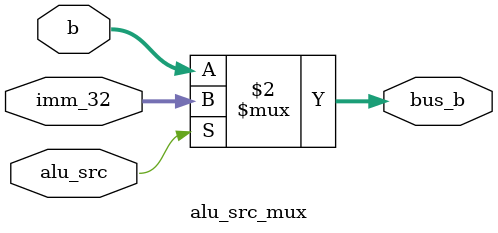
<source format=v>
module alu_src_mux(b, imm_32, bus_b, alu_src);

input alu_src;
input [31:0] b;
input [31:0] imm_32;

output [31:0] bus_b;

assign bus_b = (alu_src == 0) ? b : imm_32;

endmodule

</source>
